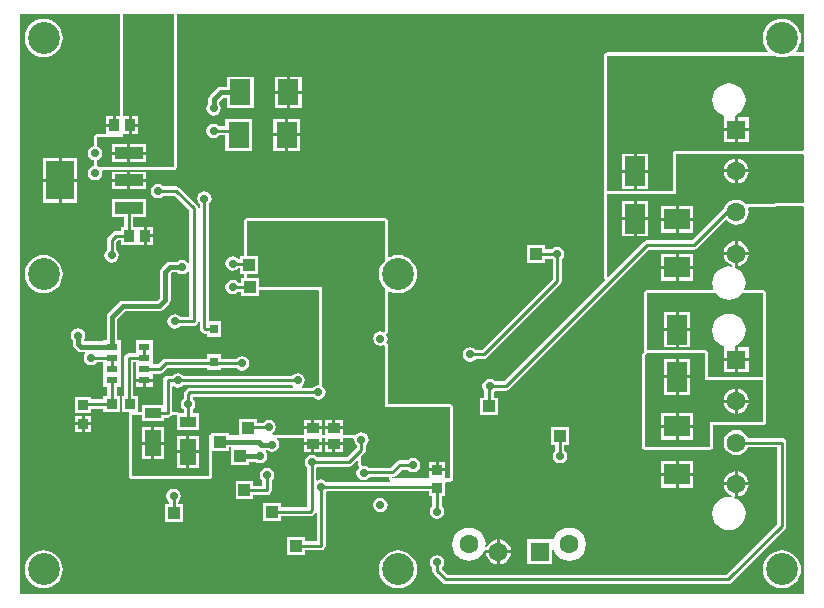
<source format=gbl>
G04*
G04 #@! TF.GenerationSoftware,Altium Limited,Altium Designer,18.1.6 (161)*
G04*
G04 Layer_Physical_Order=2*
G04 Layer_Color=16711680*
%FSLAX25Y25*%
%MOIN*%
G70*
G01*
G75*
%ADD14C,0.01575*%
%ADD16C,0.01000*%
%ADD18R,0.03347X0.03347*%
%ADD20R,0.03347X0.03347*%
%ADD21R,0.03937X0.03543*%
%ADD22R,0.03740X0.02362*%
%ADD33R,0.03543X0.03937*%
%ADD73R,0.03937X0.03937*%
%ADD74C,0.01500*%
%ADD78C,0.10630*%
%ADD79C,0.06299*%
%ADD80R,0.06299X0.06299*%
%ADD81R,0.06299X0.06299*%
%ADD82C,0.02756*%
%ADD83C,0.02362*%
%ADD84R,0.09449X0.12992*%
%ADD85R,0.09449X0.03937*%
%ADD86R,0.05512X0.08661*%
%ADD87R,0.05512X0.03543*%
%ADD88R,0.02756X0.03150*%
%ADD89R,0.08500X0.07000*%
%ADD90R,0.06693X0.09843*%
%ADD91R,0.03937X0.03937*%
%ADD92R,0.07000X0.08500*%
G36*
X263378Y149872D02*
X263025Y149461D01*
X263023Y149459D01*
X220471Y149410D01*
X220275Y149371D01*
X220082Y149333D01*
X220082Y149332D01*
X220081Y149332D01*
X219915Y149221D01*
X219752Y149112D01*
X219751Y149111D01*
X219751Y149111D01*
X219641Y148946D01*
X219530Y148781D01*
X219530Y148780D01*
X219530Y148780D01*
X219492Y148586D01*
X219453Y148391D01*
X219453Y136059D01*
X197638D01*
Y181145D01*
X253477D01*
X254668Y180784D01*
X255906Y180662D01*
X257143Y180784D01*
X258334Y181145D01*
X263378D01*
Y149872D01*
D02*
G37*
G36*
X53150Y144095D02*
X28146Y144095D01*
X27928Y144240D01*
X27559Y144313D01*
Y146187D01*
X27928Y146260D01*
X28714Y146786D01*
X29240Y147572D01*
X29425Y148500D01*
X29240Y149428D01*
X28714Y150214D01*
X27928Y150740D01*
X27559Y150813D01*
Y153937D01*
X36220D01*
Y154954D01*
X38157D01*
Y157922D01*
Y160891D01*
X36220D01*
Y195028D01*
X53150D01*
Y144095D01*
D02*
G37*
G36*
X263378Y182165D02*
X260706D01*
X260511Y182665D01*
X261182Y183483D01*
X261768Y184580D01*
X262129Y185770D01*
X262251Y187008D01*
X262129Y188246D01*
X261768Y189436D01*
X261182Y190533D01*
X260392Y191495D01*
X259431Y192284D01*
X258334Y192870D01*
X257143Y193231D01*
X255906Y193353D01*
X254668Y193231D01*
X253477Y192870D01*
X252380Y192284D01*
X251419Y191495D01*
X250629Y190533D01*
X250043Y189436D01*
X249682Y188246D01*
X249560Y187008D01*
X249682Y185770D01*
X250043Y184580D01*
X250629Y183483D01*
X251300Y182665D01*
X251104Y182165D01*
X197638D01*
X197248Y182087D01*
X196917Y181866D01*
X196696Y181535D01*
X196618Y181145D01*
Y136059D01*
X196696Y135669D01*
X196776Y135549D01*
X196696Y135430D01*
X196618Y135039D01*
Y107454D01*
X196696Y107064D01*
X196917Y106733D01*
X196948Y106111D01*
X163366Y72529D01*
X160338D01*
X160214Y72714D01*
X159428Y73240D01*
X158500Y73425D01*
X157572Y73240D01*
X156786Y72714D01*
X156260Y71928D01*
X156076Y71000D01*
X156260Y70072D01*
X156738Y69356D01*
Y67142D01*
X155299D01*
Y61205D01*
X161236D01*
Y67142D01*
X159797D01*
Y69007D01*
X160214Y69286D01*
X160338Y69471D01*
X164000D01*
X164585Y69587D01*
X165081Y69919D01*
X211633Y116471D01*
X226663D01*
X227248Y116587D01*
X227744Y116919D01*
X237070Y126244D01*
X237569Y126212D01*
X237761Y125962D01*
X238628Y125297D01*
X239637Y124878D01*
X240721Y124736D01*
X241804Y124878D01*
X242813Y125297D01*
X243680Y125962D01*
X244345Y126829D01*
X244763Y127838D01*
X244906Y128921D01*
X244763Y130005D01*
X244606Y130384D01*
X244883Y130800D01*
X263023Y130863D01*
X263378Y130510D01*
Y1822D01*
X1822D01*
X1822Y195028D01*
X35201D01*
Y160891D01*
X33843D01*
Y157922D01*
X33342D01*
Y157422D01*
X30571D01*
Y154957D01*
X27559D01*
X27169Y154879D01*
X26838Y154658D01*
X26617Y154327D01*
X26539Y153937D01*
Y150833D01*
X26072Y150740D01*
X25286Y150214D01*
X24760Y149428D01*
X24576Y148500D01*
X24760Y147572D01*
X25286Y146786D01*
X26072Y146260D01*
X26539Y146167D01*
Y144333D01*
X26072Y144240D01*
X25286Y143714D01*
X24760Y142928D01*
X24576Y142000D01*
X24760Y141072D01*
X25286Y140286D01*
X26072Y139760D01*
X27000Y139576D01*
X27928Y139760D01*
X28714Y140286D01*
X29240Y141072D01*
X29425Y142000D01*
X29310Y142575D01*
X29697Y143075D01*
X53150Y143075D01*
X53540Y143152D01*
X53871Y143374D01*
X54092Y143704D01*
X54169Y144095D01*
Y195028D01*
X263378D01*
Y182165D01*
D02*
G37*
G36*
Y148086D02*
Y131884D01*
X243730Y131816D01*
X243680Y131881D01*
X242813Y132546D01*
X241804Y132964D01*
X240721Y133107D01*
X239637Y132964D01*
X238628Y132546D01*
X237761Y131881D01*
X237096Y131014D01*
X236744Y130164D01*
X236503Y130003D01*
X226029Y119529D01*
X211000D01*
X210415Y119413D01*
X209919Y119081D01*
X198100Y107263D01*
X197638Y107454D01*
Y135039D01*
X220472D01*
X220472Y148391D01*
X263024Y148439D01*
X263378Y148086D01*
D02*
G37*
%LPC*%
G36*
X244870Y160630D02*
X241220D01*
Y156980D01*
X244870D01*
Y160630D01*
D02*
G37*
G36*
X238240Y171898D02*
X236797Y171708D01*
X235453Y171151D01*
X234298Y170265D01*
X233412Y169111D01*
X232855Y167766D01*
X232665Y166323D01*
X232855Y164880D01*
X233412Y163535D01*
X234298Y162381D01*
X235453Y161495D01*
X236452Y161081D01*
X236571Y160630D01*
X236571Y160490D01*
Y156980D01*
X240220D01*
Y160763D01*
X240148Y161130D01*
X241028Y161495D01*
X242182Y162381D01*
X243069Y163535D01*
X243625Y164880D01*
X243815Y166323D01*
X243625Y167766D01*
X243069Y169111D01*
X242182Y170265D01*
X241028Y171151D01*
X239683Y171708D01*
X238240Y171898D01*
D02*
G37*
G36*
X244870Y155980D02*
X241220D01*
Y152331D01*
X244870D01*
Y155980D01*
D02*
G37*
G36*
X240220D02*
X236571D01*
Y152331D01*
X240220D01*
Y155980D01*
D02*
G37*
G36*
X211362Y148441D02*
X207515D01*
Y143020D01*
X211362D01*
Y148441D01*
D02*
G37*
G36*
X206515D02*
X202669D01*
Y143020D01*
X206515D01*
Y148441D01*
D02*
G37*
G36*
X211362Y142020D02*
X207515D01*
Y136598D01*
X211362D01*
Y142020D01*
D02*
G37*
G36*
X206515D02*
X202669D01*
Y136598D01*
X206515D01*
Y142020D01*
D02*
G37*
G36*
X41429Y160891D02*
X39158D01*
Y158422D01*
X41429D01*
Y160891D01*
D02*
G37*
G36*
Y157422D02*
X39158D01*
Y154954D01*
X41429D01*
Y157422D01*
D02*
G37*
G36*
X43924Y151524D02*
X38700D01*
Y149055D01*
X43924D01*
Y151524D01*
D02*
G37*
G36*
X37700D02*
X32476D01*
Y149055D01*
X37700D01*
Y151524D01*
D02*
G37*
G36*
X43924Y148055D02*
X38700D01*
Y145587D01*
X43924D01*
Y148055D01*
D02*
G37*
G36*
X37700D02*
X32476D01*
Y145587D01*
X37700D01*
Y148055D01*
D02*
G37*
G36*
X9843Y193353D02*
X8605Y193231D01*
X7414Y192870D01*
X6317Y192284D01*
X5356Y191495D01*
X4566Y190533D01*
X3980Y189436D01*
X3619Y188246D01*
X3497Y187008D01*
X3619Y185770D01*
X3980Y184580D01*
X4566Y183483D01*
X5356Y182521D01*
X6317Y181732D01*
X7414Y181145D01*
X8605Y180784D01*
X9843Y180662D01*
X11080Y180784D01*
X12271Y181145D01*
X13368Y181732D01*
X14330Y182521D01*
X15119Y183483D01*
X15705Y184580D01*
X16066Y185770D01*
X16188Y187008D01*
X16066Y188246D01*
X15705Y189436D01*
X15119Y190533D01*
X14330Y191495D01*
X13368Y192284D01*
X12271Y192870D01*
X11080Y193231D01*
X9843Y193353D01*
D02*
G37*
G36*
X79839Y174148D02*
X70839D01*
Y170720D01*
X68898D01*
X68898Y170720D01*
X68200Y170581D01*
X67609Y170186D01*
X67609Y170186D01*
X65211Y167789D01*
X64816Y167197D01*
X64678Y166500D01*
X64678Y166500D01*
Y165053D01*
X64260Y164428D01*
X64075Y163500D01*
X64260Y162572D01*
X64786Y161786D01*
X65572Y161260D01*
X66500Y161075D01*
X67428Y161260D01*
X68214Y161786D01*
X68740Y162572D01*
X68924Y163500D01*
X68740Y164428D01*
X68322Y165053D01*
Y165745D01*
X69652Y167075D01*
X70839D01*
Y163648D01*
X79839D01*
Y174148D01*
D02*
G37*
G36*
X95839D02*
X91839D01*
Y169398D01*
X95839D01*
Y174148D01*
D02*
G37*
G36*
X90839D02*
X86839D01*
Y169398D01*
X90839D01*
Y174148D01*
D02*
G37*
G36*
X95839Y168398D02*
X91839D01*
Y163648D01*
X95839D01*
Y168398D01*
D02*
G37*
G36*
X90839D02*
X86839D01*
Y163648D01*
X90839D01*
Y168398D01*
D02*
G37*
G36*
X32842Y160891D02*
X30571D01*
Y158422D01*
X32842D01*
Y160891D01*
D02*
G37*
G36*
X79445Y159974D02*
X70445D01*
Y157577D01*
X68291D01*
X68167Y157762D01*
X67381Y158287D01*
X66453Y158472D01*
X65525Y158287D01*
X64738Y157762D01*
X64213Y156975D01*
X64028Y156047D01*
X64213Y155119D01*
X64738Y154333D01*
X65525Y153807D01*
X66453Y153623D01*
X67381Y153807D01*
X68167Y154333D01*
X68291Y154518D01*
X70445D01*
Y149474D01*
X79445D01*
Y159974D01*
D02*
G37*
G36*
X95445D02*
X91445D01*
Y155224D01*
X95445D01*
Y159974D01*
D02*
G37*
G36*
X90445D02*
X86445D01*
Y155224D01*
X90445D01*
Y159974D01*
D02*
G37*
G36*
X95445Y154224D02*
X91445D01*
Y149474D01*
X95445D01*
Y154224D01*
D02*
G37*
G36*
X90445D02*
X86445D01*
Y149474D01*
X90445D01*
Y154224D01*
D02*
G37*
G36*
X43924Y142469D02*
X38700D01*
Y140000D01*
X43924D01*
Y142469D01*
D02*
G37*
G36*
X21090Y146996D02*
X15865D01*
Y140000D01*
X21090D01*
Y146996D01*
D02*
G37*
G36*
X37700Y142469D02*
X32476D01*
Y140000D01*
X37700D01*
Y142469D01*
D02*
G37*
G36*
X14865Y146996D02*
X9641D01*
Y140000D01*
X14865D01*
Y146996D01*
D02*
G37*
G36*
X43924Y139000D02*
X38700D01*
Y136531D01*
X43924D01*
Y139000D01*
D02*
G37*
G36*
X37700D02*
X32476D01*
Y136531D01*
X37700D01*
Y139000D01*
D02*
G37*
G36*
X21090D02*
X15865D01*
Y132004D01*
X21090D01*
Y139000D01*
D02*
G37*
G36*
X14865D02*
X9641D01*
Y132004D01*
X14865D01*
Y139000D01*
D02*
G37*
G36*
X46429Y124046D02*
X44157D01*
Y121578D01*
X46429D01*
Y124046D01*
D02*
G37*
G36*
Y120578D02*
X44157D01*
Y118109D01*
X46429D01*
Y120578D01*
D02*
G37*
G36*
X43924Y133413D02*
X32476D01*
Y127476D01*
X36671D01*
Y124046D01*
X35571D01*
Y122607D01*
X34078D01*
X33492Y122491D01*
X32996Y122159D01*
X31419Y120581D01*
X31087Y120085D01*
X30971Y119500D01*
Y116338D01*
X30786Y116214D01*
X30260Y115428D01*
X30075Y114500D01*
X30260Y113572D01*
X30786Y112786D01*
X31572Y112260D01*
X32500Y112075D01*
X33428Y112260D01*
X34214Y112786D01*
X34740Y113572D01*
X34925Y114500D01*
X34740Y115428D01*
X34214Y116214D01*
X34029Y116338D01*
Y118867D01*
X34711Y119548D01*
X35571D01*
Y118109D01*
X43158D01*
Y121078D01*
Y124046D01*
X39729D01*
Y127476D01*
X43924D01*
Y133413D01*
D02*
G37*
G36*
X241220Y119261D02*
Y115642D01*
X244840D01*
X244763Y116225D01*
X244345Y117234D01*
X243680Y118101D01*
X242813Y118766D01*
X241804Y119185D01*
X241220Y119261D01*
D02*
G37*
G36*
X240220Y119261D02*
X239637Y119185D01*
X238628Y118766D01*
X237761Y118101D01*
X237096Y117234D01*
X236678Y116225D01*
X236601Y115642D01*
X240220D01*
Y119261D01*
D02*
G37*
G36*
X123622Y127004D02*
X77559D01*
X77169Y126926D01*
X76838Y126705D01*
X76617Y126374D01*
X76539Y125984D01*
Y114386D01*
X75378D01*
Y113340D01*
X74673D01*
X74549Y113525D01*
X73763Y114051D01*
X72835Y114236D01*
X71907Y114051D01*
X71120Y113525D01*
X70595Y112739D01*
X70410Y111811D01*
X70595Y110883D01*
X71120Y110097D01*
X71907Y109571D01*
X72835Y109387D01*
X73763Y109571D01*
X74549Y110097D01*
X74673Y110282D01*
X75378D01*
Y108449D01*
X76539D01*
Y106905D01*
X75772D01*
Y105451D01*
X74673D01*
X74549Y105636D01*
X73763Y106162D01*
X72835Y106346D01*
X71907Y106162D01*
X71120Y105636D01*
X70595Y104850D01*
X70410Y103922D01*
X70595Y102994D01*
X71120Y102207D01*
X71907Y101682D01*
X72835Y101497D01*
X73763Y101682D01*
X74549Y102207D01*
X74673Y102392D01*
X75772D01*
Y100969D01*
X81709D01*
Y102917D01*
X101383D01*
X101736Y102564D01*
X101736Y94488D01*
X101736Y73622D01*
X101736Y71616D01*
X101378Y71322D01*
X100450Y71138D01*
X99664Y70612D01*
X99540Y70427D01*
X96065D01*
X95913Y70927D01*
X96203Y71120D01*
X96728Y71907D01*
X96913Y72835D01*
X96728Y73763D01*
X96203Y74549D01*
X95416Y75075D01*
X94488Y75259D01*
X93560Y75075D01*
X92774Y74549D01*
X92650Y74364D01*
X56338D01*
X56214Y74549D01*
X55428Y75075D01*
X54500Y75259D01*
X53572Y75075D01*
X52786Y74549D01*
X52662Y74364D01*
X51181D01*
X50596Y74248D01*
X50100Y73916D01*
X49768Y73420D01*
X49652Y72835D01*
Y64780D01*
X42504D01*
Y62437D01*
X41224D01*
Y67673D01*
X39659D01*
Y78841D01*
X40543D01*
Y74449D01*
Y73390D01*
X43413D01*
X46284D01*
Y75100D01*
X48630D01*
X49215Y75217D01*
X49711Y75548D01*
X51134Y76971D01*
X64122D01*
Y76413D01*
X68878D01*
Y76971D01*
X74162D01*
X74286Y76786D01*
X75072Y76260D01*
X76000Y76076D01*
X76928Y76260D01*
X77714Y76786D01*
X78240Y77572D01*
X78425Y78500D01*
X78240Y79428D01*
X77714Y80214D01*
X76928Y80740D01*
X76000Y80924D01*
X75072Y80740D01*
X74286Y80214D01*
X74162Y80029D01*
X68878D01*
Y81563D01*
X64122D01*
Y80029D01*
X50500D01*
X49915Y79913D01*
X49419Y79581D01*
X47996Y78159D01*
X46284D01*
Y81929D01*
Y86291D01*
X40543D01*
Y81899D01*
X38130D01*
X37545Y81783D01*
X37049Y81451D01*
X36717Y80955D01*
X36601Y80370D01*
Y67673D01*
X35878D01*
Y62327D01*
X38174D01*
X38441Y61827D01*
X38428Y61808D01*
X38350Y61417D01*
Y54724D01*
X38350Y40945D01*
X38428Y40555D01*
X38649Y40224D01*
X38980Y40003D01*
X39370Y39925D01*
X64961Y39925D01*
X65351Y40003D01*
X65682Y40224D01*
X65903Y40555D01*
X65980Y40945D01*
X65980Y49394D01*
X71472D01*
Y50540D01*
X72228D01*
Y44669D01*
X78165D01*
Y45815D01*
X80337D01*
X80962Y45398D01*
X81890Y45213D01*
X82818Y45398D01*
X83604Y45923D01*
X84130Y46710D01*
X84314Y47638D01*
X84130Y48566D01*
X83798Y49062D01*
X84009Y49528D01*
X84444Y49606D01*
X84997Y49236D01*
X85925Y49052D01*
X86853Y49236D01*
X87640Y49762D01*
X88165Y50548D01*
X88350Y51476D01*
X88165Y52404D01*
X87640Y53191D01*
X87586Y53226D01*
X87731Y53705D01*
X96531Y53705D01*
Y52185D01*
X99500D01*
X102469D01*
Y53705D01*
X103635D01*
Y52185D01*
X106603D01*
X109572D01*
Y53705D01*
X113040D01*
X113357Y53318D01*
X113323Y53150D01*
X113508Y52222D01*
X114034Y51435D01*
X114219Y51312D01*
Y50381D01*
X111036Y47199D01*
X101051D01*
X100927Y47384D01*
X100140Y47909D01*
X99213Y48094D01*
X98285Y47909D01*
X97498Y47384D01*
X96973Y46597D01*
X96788Y45669D01*
X96973Y44741D01*
X97498Y43955D01*
X97667Y43842D01*
Y30629D01*
X88968D01*
Y32068D01*
X83031D01*
Y26131D01*
X88968D01*
Y27571D01*
X98600D01*
X99185Y27687D01*
X99681Y28019D01*
X100278Y28615D01*
X100350Y28722D01*
X100850Y28571D01*
X100868Y19635D01*
X100514Y19281D01*
X96817D01*
Y20720D01*
X90880D01*
Y14783D01*
X96817D01*
Y16222D01*
X102300D01*
X102885Y16338D01*
X103381Y16670D01*
X103713Y17166D01*
X103770Y17451D01*
X103814Y17517D01*
X103929Y18103D01*
X103895Y35498D01*
X104268Y35872D01*
X138327D01*
Y34276D01*
X139416D01*
Y30972D01*
X139231Y30848D01*
X138705Y30062D01*
X138520Y29134D01*
X138705Y28206D01*
X139231Y27419D01*
X140017Y26894D01*
X140945Y26709D01*
X141873Y26894D01*
X142659Y27419D01*
X143185Y28206D01*
X143369Y29134D01*
X143185Y30062D01*
X142659Y30848D01*
X142474Y30972D01*
Y34276D01*
X143673D01*
Y38709D01*
X143682Y38734D01*
X143846Y38961D01*
X144082Y39138D01*
X145276D01*
X145666Y39215D01*
X145997Y39437D01*
X146218Y39767D01*
X146295Y40157D01*
Y64072D01*
X146218Y64462D01*
X145997Y64793D01*
X145666Y65014D01*
X145276Y65092D01*
X124642D01*
Y84473D01*
X124612Y84620D01*
X124598Y84769D01*
X124574Y84813D01*
X124564Y84863D01*
X124481Y84988D01*
X124410Y85120D01*
X124371Y85152D01*
X124343Y85194D01*
X124218Y85277D01*
X124103Y85372D01*
X124060Y85543D01*
X124287Y85883D01*
X124472Y86811D01*
X124287Y87739D01*
X124060Y88079D01*
X124103Y88250D01*
X124218Y88345D01*
X124343Y88428D01*
X124371Y88470D01*
X124410Y88502D01*
X124481Y88634D01*
X124564Y88759D01*
X124574Y88809D01*
X124598Y88853D01*
X124612Y89002D01*
X124642Y89149D01*
Y102391D01*
X125071Y102648D01*
X125524Y102405D01*
X126715Y102044D01*
X127953Y101922D01*
X129191Y102044D01*
X130381Y102405D01*
X131478Y102992D01*
X132440Y103781D01*
X133229Y104742D01*
X133815Y105839D01*
X134176Y107030D01*
X134298Y108268D01*
X134176Y109506D01*
X133815Y110696D01*
X133229Y111793D01*
X132440Y112755D01*
X131478Y113544D01*
X130381Y114130D01*
X129191Y114491D01*
X127953Y114613D01*
X126715Y114491D01*
X125524Y114130D01*
X125071Y113888D01*
X124642Y114145D01*
Y125984D01*
X124564Y126374D01*
X124343Y126705D01*
X124012Y126926D01*
X123622Y127004D01*
D02*
G37*
G36*
X48000Y138425D02*
X47072Y138240D01*
X46286Y137714D01*
X45760Y136928D01*
X45575Y136000D01*
X45760Y135072D01*
X46286Y134286D01*
X47072Y133760D01*
X48000Y133575D01*
X48928Y133760D01*
X49714Y134286D01*
X49838Y134471D01*
X53367D01*
X58313Y129524D01*
Y112207D01*
X57813Y112055D01*
X57620Y112344D01*
X56833Y112870D01*
X55905Y113055D01*
X54978Y112870D01*
X54296Y112414D01*
X51968D01*
X51286Y112278D01*
X50707Y111892D01*
X50707Y111892D01*
X49132Y110317D01*
X48745Y109738D01*
X48609Y109055D01*
Y100345D01*
X47686Y99422D01*
X36220D01*
X35538Y99286D01*
X34959Y98900D01*
X34959Y98900D01*
X31325Y95266D01*
X30938Y94687D01*
X30802Y94004D01*
Y86291D01*
X29717D01*
Y85895D01*
X23440D01*
X23184Y86395D01*
X23500Y86867D01*
X23684Y87795D01*
X23500Y88723D01*
X22974Y89510D01*
X22188Y90035D01*
X21260Y90220D01*
X20332Y90035D01*
X19545Y89510D01*
X19020Y88723D01*
X18835Y87795D01*
X19020Y86867D01*
X19476Y86185D01*
Y85039D01*
X19611Y84357D01*
X19998Y83778D01*
X20927Y82849D01*
X21506Y82462D01*
X22189Y82326D01*
X22189Y82326D01*
X23475D01*
X23743Y81826D01*
X23390Y81298D01*
X23205Y80370D01*
X23390Y79442D01*
X23915Y78656D01*
X24702Y78130D01*
X25630Y77946D01*
X26558Y78130D01*
X27344Y78656D01*
X27468Y78841D01*
X29717D01*
Y74449D01*
Y70709D01*
X31057D01*
Y67673D01*
X29776D01*
Y66529D01*
X25673D01*
Y67224D01*
X20327D01*
Y61878D01*
X25673D01*
Y63471D01*
X29776D01*
Y62327D01*
X35122D01*
Y67673D01*
X34116D01*
Y70709D01*
X35457D01*
Y74449D01*
Y78189D01*
Y81929D01*
Y86291D01*
X34371D01*
Y93265D01*
X36960Y95854D01*
X48425D01*
X49108Y95989D01*
X49687Y96376D01*
X51655Y98345D01*
X52042Y98923D01*
X52178Y99606D01*
X52178Y99606D01*
Y108316D01*
X52708Y108846D01*
X54296D01*
X54978Y108390D01*
X55905Y108205D01*
X56833Y108390D01*
X57620Y108915D01*
X57813Y109205D01*
X58313Y109053D01*
Y94029D01*
X55338D01*
X55214Y94214D01*
X54428Y94740D01*
X53500Y94924D01*
X52572Y94740D01*
X51786Y94214D01*
X51260Y93428D01*
X51076Y92500D01*
X51260Y91572D01*
X51786Y90786D01*
X52572Y90260D01*
X53500Y90075D01*
X54428Y90260D01*
X55214Y90786D01*
X55338Y90971D01*
X59842D01*
X60428Y91087D01*
X60924Y91419D01*
X61256Y91915D01*
X61356Y92422D01*
X61856Y92373D01*
Y90260D01*
X61973Y89675D01*
X62304Y89178D01*
X62552Y88930D01*
X63049Y88599D01*
X63634Y88482D01*
X64122D01*
Y87437D01*
X68878D01*
Y92587D01*
X64915D01*
Y131626D01*
X65100Y131750D01*
X65626Y132537D01*
X65810Y133465D01*
X65626Y134392D01*
X65100Y135179D01*
X64314Y135705D01*
X63386Y135889D01*
X62458Y135705D01*
X61671Y135179D01*
X61146Y134392D01*
X60961Y133465D01*
X61146Y132537D01*
X61671Y131750D01*
X61856Y131626D01*
Y130285D01*
X61356Y130235D01*
X61256Y130743D01*
X60924Y131239D01*
X55081Y137081D01*
X54585Y137413D01*
X54000Y137529D01*
X49838D01*
X49714Y137714D01*
X48928Y138240D01*
X48000Y138425D01*
D02*
G37*
G36*
X244840Y114642D02*
X241220D01*
Y111022D01*
X241804Y111099D01*
X242813Y111517D01*
X243680Y112182D01*
X244345Y113049D01*
X244763Y114058D01*
X244840Y114642D01*
D02*
G37*
G36*
X240220D02*
X236601D01*
X236678Y114058D01*
X237096Y113049D01*
X237761Y112182D01*
X238628Y111517D01*
X239298Y111240D01*
X239167Y110752D01*
X238240Y110874D01*
X236797Y110685D01*
X235453Y110127D01*
X234298Y109241D01*
X233412Y108087D01*
X232855Y106742D01*
X232665Y105299D01*
X232855Y103856D01*
X233042Y103404D01*
X232765Y102988D01*
X211024Y102988D01*
X210633Y102910D01*
X210303Y102690D01*
X210082Y102359D01*
X210004Y101969D01*
X210004Y82909D01*
X210082Y82519D01*
X210134Y82442D01*
X209515Y81823D01*
X209294Y81493D01*
X209217Y81102D01*
Y50787D01*
X209294Y50397D01*
X209515Y50066D01*
X209846Y49845D01*
X210236Y49768D01*
X231890D01*
X232280Y49845D01*
X232611Y50066D01*
X232832Y50397D01*
X232909Y50787D01*
Y58035D01*
X249606D01*
X249996Y58113D01*
X250327Y58334D01*
X250548Y58665D01*
X250626Y59055D01*
Y72835D01*
X250548Y73225D01*
X250468Y73344D01*
X250548Y73464D01*
X250626Y73854D01*
X250626Y101969D01*
X250548Y102359D01*
X250327Y102690D01*
X249996Y102910D01*
X249606Y102988D01*
X243716D01*
X243438Y103404D01*
X243625Y103856D01*
X243815Y105299D01*
X243625Y106742D01*
X243069Y108087D01*
X242182Y109241D01*
X241028Y110127D01*
X240023Y110544D01*
X240153Y111031D01*
X240220Y111022D01*
Y114642D01*
D02*
G37*
G36*
X226250Y115000D02*
X221500D01*
Y111000D01*
X226250D01*
Y115000D01*
D02*
G37*
G36*
X220500D02*
X215750D01*
Y111000D01*
X220500D01*
Y115000D01*
D02*
G37*
G36*
X226250Y110000D02*
X221500D01*
Y106000D01*
X226250D01*
Y110000D01*
D02*
G37*
G36*
X220500D02*
X215750D01*
Y106000D01*
X220500D01*
Y110000D01*
D02*
G37*
G36*
X9843Y114613D02*
X8605Y114491D01*
X7414Y114130D01*
X6317Y113544D01*
X5356Y112755D01*
X4566Y111793D01*
X3980Y110696D01*
X3619Y109506D01*
X3497Y108268D01*
X3619Y107030D01*
X3980Y105839D01*
X4566Y104742D01*
X5356Y103781D01*
X6317Y102992D01*
X7414Y102405D01*
X8605Y102044D01*
X9843Y101922D01*
X11080Y102044D01*
X12271Y102405D01*
X13368Y102992D01*
X14330Y103781D01*
X15119Y104742D01*
X15705Y105839D01*
X16066Y107030D01*
X16188Y108268D01*
X16066Y109506D01*
X15705Y110696D01*
X15119Y111793D01*
X14330Y112755D01*
X13368Y113544D01*
X12271Y114130D01*
X11080Y114491D01*
X9843Y114613D01*
D02*
G37*
G36*
X176984Y117929D02*
X171047D01*
Y111992D01*
X176984D01*
Y113471D01*
X179162D01*
X179286Y113286D01*
X179471Y113162D01*
Y106633D01*
X155867Y83029D01*
X153838D01*
X153714Y83214D01*
X152928Y83740D01*
X152000Y83925D01*
X151072Y83740D01*
X150286Y83214D01*
X149760Y82428D01*
X149575Y81500D01*
X149760Y80572D01*
X150286Y79786D01*
X151072Y79260D01*
X152000Y79075D01*
X152928Y79260D01*
X153714Y79786D01*
X153838Y79971D01*
X156500D01*
X157085Y80087D01*
X157581Y80419D01*
X182081Y104919D01*
X182413Y105415D01*
X182529Y106000D01*
Y113162D01*
X182714Y113286D01*
X183240Y114072D01*
X183424Y115000D01*
X183240Y115928D01*
X182714Y116714D01*
X181928Y117240D01*
X181000Y117424D01*
X180072Y117240D01*
X179286Y116714D01*
X179162Y116529D01*
X176984D01*
Y117929D01*
D02*
G37*
G36*
X46284Y72390D02*
X43913D01*
Y70709D01*
X46284D01*
Y72390D01*
D02*
G37*
G36*
X42913D02*
X40543D01*
Y70709D01*
X42913D01*
Y72390D01*
D02*
G37*
G36*
X25673Y61122D02*
X23500D01*
Y58949D01*
X25673D01*
Y61122D01*
D02*
G37*
G36*
X22500D02*
X20327D01*
Y58949D01*
X22500D01*
Y61122D01*
D02*
G37*
G36*
X25673Y57949D02*
X23500D01*
Y55776D01*
X25673D01*
Y57949D01*
D02*
G37*
G36*
X22500D02*
X20327D01*
Y55776D01*
X22500D01*
Y57949D01*
D02*
G37*
G36*
X109572Y51185D02*
X107103D01*
Y48913D01*
X109572D01*
Y51185D01*
D02*
G37*
G36*
X106103D02*
X103635D01*
Y48913D01*
X106103D01*
Y51185D01*
D02*
G37*
G36*
X102469D02*
X100000D01*
Y48913D01*
X102469D01*
Y51185D01*
D02*
G37*
G36*
X99000D02*
X96531D01*
Y48913D01*
X99000D01*
Y51185D01*
D02*
G37*
G36*
X184858Y57299D02*
X178921D01*
Y51362D01*
X180360D01*
Y49538D01*
X180175Y49414D01*
X179650Y48628D01*
X179465Y47700D01*
X179650Y46772D01*
X180175Y45986D01*
X180962Y45460D01*
X181890Y45276D01*
X182818Y45460D01*
X183604Y45986D01*
X184130Y46772D01*
X184314Y47700D01*
X184130Y48628D01*
X183604Y49414D01*
X183419Y49538D01*
Y51362D01*
X184858D01*
Y57299D01*
D02*
G37*
G36*
X226250Y46000D02*
X221500D01*
Y42000D01*
X226250D01*
Y46000D01*
D02*
G37*
G36*
X220500D02*
X215750D01*
Y42000D01*
X220500D01*
Y46000D01*
D02*
G37*
G36*
X241220Y42490D02*
Y38870D01*
X244840D01*
X244763Y39453D01*
X244345Y40463D01*
X243680Y41330D01*
X242813Y41995D01*
X241804Y42413D01*
X241220Y42490D01*
D02*
G37*
G36*
X240220Y42490D02*
X239637Y42413D01*
X238628Y41995D01*
X237761Y41330D01*
X237096Y40463D01*
X236678Y39453D01*
X236601Y38870D01*
X240220D01*
Y42490D01*
D02*
G37*
G36*
X84252Y43763D02*
X83324Y43579D01*
X82538Y43053D01*
X82012Y42266D01*
X81827Y41339D01*
X82012Y40411D01*
X82538Y39624D01*
X82723Y39500D01*
Y37750D01*
X79740D01*
Y39189D01*
X73803D01*
Y33252D01*
X79740D01*
Y34691D01*
X84252D01*
X84837Y34808D01*
X85333Y35139D01*
X85665Y35635D01*
X85781Y36220D01*
Y39500D01*
X85966Y39624D01*
X86492Y40411D01*
X86677Y41339D01*
X86492Y42266D01*
X85966Y43053D01*
X85180Y43579D01*
X84252Y43763D01*
D02*
G37*
G36*
X226250Y41000D02*
X221500D01*
Y37000D01*
X226250D01*
Y41000D01*
D02*
G37*
G36*
X220500D02*
X215750D01*
Y37000D01*
X220500D01*
Y41000D01*
D02*
G37*
G36*
X244840Y37870D02*
X241220D01*
Y34251D01*
X241804Y34327D01*
X242813Y34745D01*
X243680Y35411D01*
X244345Y36277D01*
X244763Y37287D01*
X244840Y37870D01*
D02*
G37*
G36*
X240220D02*
X236601D01*
X236678Y37287D01*
X237096Y36277D01*
X237761Y35411D01*
X238628Y34745D01*
X239298Y34468D01*
X239167Y33981D01*
X238240Y34103D01*
X236797Y33913D01*
X235453Y33356D01*
X234298Y32470D01*
X233412Y31315D01*
X232855Y29970D01*
X232665Y28528D01*
X232855Y27085D01*
X233412Y25740D01*
X234298Y24585D01*
X235453Y23699D01*
X236797Y23142D01*
X238240Y22952D01*
X239683Y23142D01*
X241028Y23699D01*
X242182Y24585D01*
X243069Y25740D01*
X243625Y27085D01*
X243815Y28528D01*
X243625Y29970D01*
X243069Y31315D01*
X242182Y32470D01*
X241028Y33356D01*
X240023Y33772D01*
X240153Y34259D01*
X240220Y34251D01*
Y37870D01*
D02*
G37*
G36*
X122047Y33724D02*
X121119Y33539D01*
X120333Y33014D01*
X119807Y32227D01*
X119623Y31299D01*
X119807Y30371D01*
X120333Y29585D01*
X121119Y29059D01*
X122047Y28875D01*
X122975Y29059D01*
X123762Y29585D01*
X124287Y30371D01*
X124472Y31299D01*
X124287Y32227D01*
X123762Y33014D01*
X122975Y33539D01*
X122047Y33724D01*
D02*
G37*
G36*
X53150Y36676D02*
X52222Y36492D01*
X51435Y35966D01*
X50910Y35180D01*
X50725Y34252D01*
X50910Y33324D01*
X51435Y32538D01*
X51620Y32414D01*
Y31709D01*
X50181D01*
Y25772D01*
X56118D01*
Y31709D01*
X54679D01*
Y32414D01*
X54864Y32538D01*
X55390Y33324D01*
X55574Y34252D01*
X55390Y35180D01*
X54864Y35966D01*
X54077Y36492D01*
X53150Y36676D01*
D02*
G37*
G36*
X161917Y19868D02*
Y16248D01*
X165537D01*
X165460Y16831D01*
X165042Y17841D01*
X164377Y18708D01*
X163510Y19373D01*
X162501Y19791D01*
X161917Y19868D01*
D02*
G37*
G36*
X151575Y23804D02*
X150132Y23614D01*
X148787Y23057D01*
X147633Y22171D01*
X146747Y21016D01*
X146189Y19671D01*
X146000Y18228D01*
X146189Y16785D01*
X146747Y15441D01*
X147633Y14286D01*
X148787Y13400D01*
X150132Y12843D01*
X151575Y12653D01*
X153018Y12843D01*
X154362Y13400D01*
X155517Y14286D01*
X156403Y15441D01*
X156819Y16446D01*
X157307Y16315D01*
X157298Y16248D01*
X160917D01*
Y19868D01*
X160334Y19791D01*
X159325Y19373D01*
X158458Y18708D01*
X157793Y17841D01*
X157515Y17171D01*
X157028Y17301D01*
X157150Y18228D01*
X156960Y19671D01*
X156403Y21016D01*
X155517Y22171D01*
X154362Y23057D01*
X153018Y23614D01*
X151575Y23804D01*
D02*
G37*
G36*
X185039D02*
X183596Y23614D01*
X182252Y23057D01*
X181097Y22171D01*
X180211Y21016D01*
X179797Y20017D01*
X179347Y19898D01*
X179207Y19898D01*
X171047D01*
Y11598D01*
X179347D01*
Y16221D01*
X179847Y16321D01*
X180211Y15441D01*
X181097Y14286D01*
X182252Y13400D01*
X183596Y12843D01*
X185039Y12653D01*
X186482Y12843D01*
X187827Y13400D01*
X188982Y14286D01*
X189868Y15441D01*
X190425Y16785D01*
X190615Y18228D01*
X190425Y19671D01*
X189868Y21016D01*
X188982Y22171D01*
X187827Y23057D01*
X186482Y23614D01*
X185039Y23804D01*
D02*
G37*
G36*
X165537Y15248D02*
X161917D01*
Y11628D01*
X162501Y11705D01*
X163510Y12123D01*
X164377Y12788D01*
X165042Y13655D01*
X165460Y14665D01*
X165537Y15248D01*
D02*
G37*
G36*
X160917D02*
X157298D01*
X157375Y14665D01*
X157793Y13655D01*
X158458Y12788D01*
X159325Y12123D01*
X160334Y11705D01*
X160917Y11628D01*
Y15248D01*
D02*
G37*
G36*
X240721Y56335D02*
X239637Y56192D01*
X238628Y55774D01*
X237761Y55109D01*
X237096Y54242D01*
X236678Y53233D01*
X236535Y52150D01*
X236678Y51066D01*
X237096Y50057D01*
X237761Y49190D01*
X238628Y48525D01*
X239637Y48107D01*
X240721Y47964D01*
X241804Y48107D01*
X242813Y48525D01*
X243680Y49190D01*
X244345Y50057D01*
X244579Y50620D01*
X254321D01*
Y24984D01*
X237367Y8029D01*
X144527D01*
X142630Y9927D01*
X142659Y10490D01*
X143185Y11277D01*
X143369Y12205D01*
X143185Y13133D01*
X142659Y13919D01*
X141873Y14445D01*
X140945Y14629D01*
X140017Y14445D01*
X139231Y13919D01*
X138705Y13133D01*
X138520Y12205D01*
X138705Y11277D01*
X139231Y10490D01*
X139416Y10367D01*
Y9449D01*
X139532Y8863D01*
X139863Y8367D01*
X142812Y5419D01*
X143308Y5087D01*
X143894Y4971D01*
X238000D01*
X238585Y5087D01*
X239081Y5419D01*
X256932Y23269D01*
X257263Y23765D01*
X257380Y24350D01*
Y52150D01*
X257263Y52735D01*
X256932Y53231D01*
X256436Y53563D01*
X255850Y53679D01*
X244579D01*
X244345Y54242D01*
X243680Y55109D01*
X242813Y55774D01*
X241804Y56192D01*
X240721Y56335D01*
D02*
G37*
G36*
X255906Y16188D02*
X254668Y16066D01*
X253477Y15705D01*
X252380Y15119D01*
X251419Y14330D01*
X250629Y13368D01*
X250043Y12271D01*
X249682Y11080D01*
X249560Y9843D01*
X249682Y8605D01*
X250043Y7414D01*
X250629Y6317D01*
X251419Y5356D01*
X252380Y4566D01*
X253477Y3980D01*
X254668Y3619D01*
X255906Y3497D01*
X257143Y3619D01*
X258334Y3980D01*
X259431Y4566D01*
X260392Y5356D01*
X261182Y6317D01*
X261768Y7414D01*
X262129Y8605D01*
X262251Y9843D01*
X262129Y11080D01*
X261768Y12271D01*
X261182Y13368D01*
X260392Y14330D01*
X259431Y15119D01*
X258334Y15705D01*
X257143Y16066D01*
X255906Y16188D01*
D02*
G37*
G36*
X127953D02*
X126715Y16066D01*
X125524Y15705D01*
X124427Y15119D01*
X123466Y14330D01*
X122677Y13368D01*
X122090Y12271D01*
X121729Y11080D01*
X121607Y9843D01*
X121729Y8605D01*
X122090Y7414D01*
X122677Y6317D01*
X123466Y5356D01*
X124427Y4566D01*
X125524Y3980D01*
X126715Y3619D01*
X127953Y3497D01*
X129191Y3619D01*
X130381Y3980D01*
X131478Y4566D01*
X132440Y5356D01*
X133229Y6317D01*
X133815Y7414D01*
X134176Y8605D01*
X134298Y9843D01*
X134176Y11080D01*
X133815Y12271D01*
X133229Y13368D01*
X132440Y14330D01*
X131478Y15119D01*
X130381Y15705D01*
X129191Y16066D01*
X127953Y16188D01*
D02*
G37*
G36*
X9843D02*
X8605Y16066D01*
X7414Y15705D01*
X6317Y15119D01*
X5356Y14330D01*
X4566Y13368D01*
X3980Y12271D01*
X3619Y11080D01*
X3497Y9843D01*
X3619Y8605D01*
X3980Y7414D01*
X4566Y6317D01*
X5356Y5356D01*
X6317Y4566D01*
X7414Y3980D01*
X8605Y3619D01*
X9843Y3497D01*
X11080Y3619D01*
X12271Y3980D01*
X13368Y4566D01*
X14330Y5356D01*
X15119Y6317D01*
X15705Y7414D01*
X16066Y8605D01*
X16188Y9843D01*
X16066Y11080D01*
X15705Y12271D01*
X15119Y13368D01*
X14330Y14330D01*
X13368Y15119D01*
X12271Y15705D01*
X11080Y16066D01*
X9843Y16188D01*
D02*
G37*
%LPD*%
G36*
X123622Y112883D02*
X123466Y112755D01*
X122677Y111793D01*
X122090Y110696D01*
X121729Y109506D01*
X121607Y108268D01*
X121729Y107030D01*
X122090Y105839D01*
X122677Y104742D01*
X123466Y103781D01*
X123622Y103653D01*
Y89149D01*
X123181Y88913D01*
X122975Y89051D01*
X122047Y89236D01*
X121119Y89051D01*
X120333Y88525D01*
X119807Y87739D01*
X119623Y86811D01*
X119807Y85883D01*
X120333Y85097D01*
X121119Y84571D01*
X122047Y84386D01*
X122975Y84571D01*
X123181Y84709D01*
X123622Y84473D01*
Y64072D01*
X145276D01*
Y40157D01*
X144082D01*
X143673Y40378D01*
X143673Y40657D01*
Y42551D01*
X141000D01*
X138327D01*
Y40657D01*
X137918Y40157D01*
X126048Y40157D01*
X126043Y40656D01*
X126629Y40772D01*
X127125Y41104D01*
X129147Y43126D01*
X131133D01*
X131256Y42941D01*
X132043Y42415D01*
X132971Y42230D01*
X133898Y42415D01*
X134685Y42941D01*
X135211Y43727D01*
X135395Y44655D01*
X135211Y45583D01*
X134685Y46369D01*
X133898Y46895D01*
X132971Y47080D01*
X132043Y46895D01*
X131256Y46369D01*
X131133Y46184D01*
X128513D01*
X127928Y46068D01*
X127432Y45737D01*
X125410Y43714D01*
X118214D01*
X117428Y44240D01*
X116500Y44425D01*
X116135Y44352D01*
X115748Y44669D01*
Y47585D01*
X116830Y48667D01*
X117161Y49163D01*
X117277Y49748D01*
Y51312D01*
X117462Y51435D01*
X117988Y52222D01*
X118173Y53150D01*
X117988Y54077D01*
X117462Y54864D01*
X116676Y55390D01*
X115748Y55574D01*
X114820Y55390D01*
X114034Y54864D01*
X113940Y54724D01*
X109572D01*
Y56500D01*
X106603D01*
Y57000D01*
D01*
Y56500D01*
X103635D01*
Y54724D01*
X102469D01*
Y56500D01*
X99500D01*
X96531D01*
Y54724D01*
X86193Y54724D01*
X86041Y55224D01*
X86557Y55569D01*
X87082Y56356D01*
X87267Y57284D01*
X87082Y58211D01*
X86557Y58998D01*
X85770Y59523D01*
X84842Y59708D01*
X83915Y59523D01*
X83128Y58998D01*
X83004Y58813D01*
X80921D01*
Y60055D01*
X74984D01*
Y54724D01*
X71472Y54724D01*
Y55331D01*
X65535D01*
Y54724D01*
X64961D01*
X64961Y40945D01*
X39370Y40945D01*
X39370Y54724D01*
Y61417D01*
X42504D01*
Y59236D01*
X50016D01*
Y60479D01*
X51181D01*
X51766Y60595D01*
X52263Y60926D01*
X52591Y61417D01*
X54119D01*
Y56283D01*
X61631D01*
Y61827D01*
X59529D01*
Y63162D01*
X59714Y63286D01*
X60240Y64072D01*
X60425Y65000D01*
X60240Y65928D01*
X59714Y66714D01*
X59529Y66838D01*
Y67368D01*
X99540D01*
X99664Y67183D01*
X100450Y66658D01*
X101378Y66473D01*
X102306Y66658D01*
X103092Y67183D01*
X103618Y67970D01*
X103803Y68898D01*
X103618Y69826D01*
X103092Y70612D01*
X102756Y70837D01*
X102756Y73622D01*
X102756Y94488D01*
X102756Y103937D01*
X81709D01*
Y106905D01*
X77559D01*
Y108449D01*
X81315D01*
Y114386D01*
X77559D01*
Y125984D01*
X123622D01*
Y112883D01*
D02*
G37*
G36*
X92774Y71120D02*
X93063Y70927D01*
X92911Y70427D01*
X58661D01*
X58076Y70311D01*
X57580Y69979D01*
X56919Y69318D01*
X56587Y68822D01*
X56471Y68236D01*
Y66838D01*
X56286Y66714D01*
X55760Y65928D01*
X55576Y65000D01*
X55760Y64072D01*
X56286Y63286D01*
X56471Y63162D01*
Y61827D01*
X55048D01*
X54840Y62138D01*
X54509Y62359D01*
X54119Y62437D01*
X52710D01*
Y70569D01*
X53211Y70836D01*
X53572Y70595D01*
X54500Y70410D01*
X55428Y70595D01*
X56214Y71120D01*
X56338Y71305D01*
X92650D01*
X92774Y71120D01*
D02*
G37*
G36*
X114728Y45912D02*
Y44669D01*
X114738Y44619D01*
X114733Y44569D01*
X114777Y44426D01*
X114806Y44279D01*
X114834Y44075D01*
X114786Y43714D01*
X114260Y42928D01*
X114076Y42000D01*
X114260Y41072D01*
X114786Y40286D01*
X115572Y39760D01*
X116500Y39575D01*
X117428Y39760D01*
X118214Y40286D01*
X118462Y40656D01*
X125016D01*
X125024Y40646D01*
X125028Y40148D01*
X125068Y39958D01*
X125106Y39767D01*
X125108Y39763D01*
X125109Y39759D01*
X125219Y39598D01*
X125327Y39437D01*
X125331Y39434D01*
X125333Y39430D01*
X125183Y38931D01*
X104200D01*
X104077Y39116D01*
X103290Y39642D01*
X102362Y39826D01*
X101434Y39642D01*
X101167Y39463D01*
X100726Y39699D01*
Y43821D01*
X100927Y43955D01*
X101051Y44140D01*
X111669D01*
X112255Y44256D01*
X112751Y44588D01*
X114267Y46104D01*
X114728Y45912D01*
D02*
G37*
%LPC*%
G36*
X109572Y59772D02*
X107103D01*
Y57500D01*
X109572D01*
Y59772D01*
D02*
G37*
G36*
X102469D02*
X100000D01*
Y57500D01*
X102469D01*
Y59772D01*
D02*
G37*
G36*
X99000D02*
X96531D01*
Y57500D01*
X99000D01*
Y59772D01*
D02*
G37*
G36*
X106103D02*
X103635D01*
Y57500D01*
X106103D01*
Y59772D01*
D02*
G37*
G36*
X50016Y57299D02*
X46760D01*
Y52469D01*
X50016D01*
Y57299D01*
D02*
G37*
G36*
X45760D02*
X42504D01*
Y52469D01*
X45760D01*
Y57299D01*
D02*
G37*
G36*
X61631Y54347D02*
X58375D01*
Y49516D01*
X61631D01*
Y54347D01*
D02*
G37*
G36*
X57375D02*
X54119D01*
Y49516D01*
X57375D01*
Y54347D01*
D02*
G37*
G36*
X50016Y51468D02*
X46760D01*
Y46638D01*
X50016D01*
Y51468D01*
D02*
G37*
G36*
X45760D02*
X42504D01*
Y46638D01*
X45760D01*
Y51468D01*
D02*
G37*
G36*
X61631Y48516D02*
X58375D01*
Y43685D01*
X61631D01*
Y48516D01*
D02*
G37*
G36*
X57375D02*
X54119D01*
Y43685D01*
X57375D01*
Y48516D01*
D02*
G37*
G36*
X143673Y45724D02*
X141500D01*
Y43551D01*
X143673D01*
Y45724D01*
D02*
G37*
G36*
X140500D02*
X138327D01*
Y43551D01*
X140500D01*
Y45724D01*
D02*
G37*
%LPD*%
G36*
X233829Y101969D02*
X234298Y101357D01*
X235453Y100471D01*
X236797Y99914D01*
X238240Y99724D01*
X239683Y99914D01*
X241028Y100471D01*
X242182Y101357D01*
X242652Y101969D01*
X249606D01*
X249606Y73854D01*
X231334Y73854D01*
Y81890D01*
X231257Y82280D01*
X231036Y82611D01*
X230705Y82832D01*
X230315Y82909D01*
X211024D01*
X211024Y101969D01*
X233829Y101969D01*
D02*
G37*
G36*
X230315Y72835D02*
X249606Y72835D01*
Y59055D01*
X231890D01*
Y50787D01*
X210236D01*
Y81102D01*
X211024Y81890D01*
X230315D01*
Y72835D01*
D02*
G37*
%LPC*%
G36*
X225346Y95669D02*
X221500D01*
Y90248D01*
X225346D01*
Y95669D01*
D02*
G37*
G36*
X220500D02*
X216653D01*
Y90248D01*
X220500D01*
Y95669D01*
D02*
G37*
G36*
X225346Y89248D02*
X221500D01*
Y83827D01*
X225346D01*
Y89248D01*
D02*
G37*
G36*
X220500D02*
X216653D01*
Y83827D01*
X220500D01*
Y89248D01*
D02*
G37*
G36*
X244870Y83858D02*
X241220D01*
Y80209D01*
X244870D01*
Y83858D01*
D02*
G37*
G36*
X238240Y95126D02*
X236797Y94937D01*
X235453Y94380D01*
X234298Y93493D01*
X233412Y92339D01*
X232855Y90994D01*
X232665Y89551D01*
X232855Y88108D01*
X233412Y86764D01*
X234298Y85609D01*
X235453Y84723D01*
X236452Y84309D01*
X236571Y83858D01*
X236571Y83718D01*
Y80209D01*
X240220D01*
Y83992D01*
X240148Y84358D01*
X241028Y84723D01*
X242182Y85609D01*
X243069Y86764D01*
X243625Y88108D01*
X243815Y89551D01*
X243625Y90994D01*
X243069Y92339D01*
X242182Y93493D01*
X241028Y94380D01*
X239683Y94937D01*
X238240Y95126D01*
D02*
G37*
G36*
X244870Y79209D02*
X241220D01*
Y75559D01*
X244870D01*
Y79209D01*
D02*
G37*
G36*
X240220D02*
X236571D01*
Y75559D01*
X240220D01*
Y79209D01*
D02*
G37*
G36*
X225346Y79921D02*
X221500D01*
Y74500D01*
X225346D01*
Y79921D01*
D02*
G37*
G36*
X220500D02*
X216653D01*
Y74500D01*
X220500D01*
Y79921D01*
D02*
G37*
G36*
X225346Y73500D02*
X221500D01*
Y68079D01*
X225346D01*
Y73500D01*
D02*
G37*
G36*
X220500D02*
X216653D01*
Y68079D01*
X220500D01*
Y73500D01*
D02*
G37*
G36*
X241220Y70049D02*
Y66429D01*
X244840D01*
X244763Y67012D01*
X244345Y68022D01*
X243680Y68889D01*
X242813Y69554D01*
X241804Y69972D01*
X241220Y70049D01*
D02*
G37*
G36*
X240220Y70049D02*
X239637Y69972D01*
X238628Y69554D01*
X237761Y68889D01*
X237096Y68022D01*
X236678Y67012D01*
X236601Y66429D01*
X240220D01*
Y70049D01*
D02*
G37*
G36*
X244840Y65429D02*
X241220D01*
Y61810D01*
X241804Y61886D01*
X242813Y62305D01*
X243680Y62970D01*
X244345Y63836D01*
X244763Y64846D01*
X244840Y65429D01*
D02*
G37*
G36*
X240220D02*
X236601D01*
X236678Y64846D01*
X237096Y63836D01*
X237761Y62970D01*
X238628Y62305D01*
X239637Y61886D01*
X240220Y61809D01*
Y65429D01*
D02*
G37*
G36*
X226250Y62000D02*
X221500D01*
Y58000D01*
X226250D01*
Y62000D01*
D02*
G37*
G36*
X220500D02*
X215750D01*
Y58000D01*
X220500D01*
Y62000D01*
D02*
G37*
G36*
X226250Y57000D02*
X221500D01*
Y53000D01*
X226250D01*
Y57000D01*
D02*
G37*
G36*
X220500D02*
X215750D01*
Y53000D01*
X220500D01*
Y57000D01*
D02*
G37*
G36*
X241220Y146820D02*
Y143201D01*
X244840D01*
X244763Y143784D01*
X244345Y144793D01*
X243680Y145660D01*
X242813Y146326D01*
X241804Y146744D01*
X241220Y146820D01*
D02*
G37*
G36*
X240220Y146820D02*
X239637Y146744D01*
X238628Y146326D01*
X237761Y145660D01*
X237096Y144793D01*
X236678Y143784D01*
X236601Y143201D01*
X240220D01*
Y146820D01*
D02*
G37*
G36*
X244840Y142201D02*
X241220D01*
Y138581D01*
X241804Y138658D01*
X242813Y139076D01*
X243680Y139741D01*
X244345Y140608D01*
X244763Y141618D01*
X244840Y142201D01*
D02*
G37*
G36*
X240220D02*
X236601D01*
X236678Y141618D01*
X237096Y140608D01*
X237761Y139741D01*
X238628Y139076D01*
X239637Y138658D01*
X240220Y138581D01*
Y142201D01*
D02*
G37*
G36*
X211362Y132693D02*
X207515D01*
Y127272D01*
X211362D01*
Y132693D01*
D02*
G37*
G36*
X206515D02*
X202669D01*
Y127272D01*
X206515D01*
Y132693D01*
D02*
G37*
G36*
X226250Y131000D02*
X221500D01*
Y127000D01*
X226250D01*
Y131000D01*
D02*
G37*
G36*
X220500D02*
X215750D01*
Y127000D01*
X220500D01*
Y131000D01*
D02*
G37*
G36*
X226250Y126000D02*
X221500D01*
Y122000D01*
X226250D01*
Y126000D01*
D02*
G37*
G36*
X220500D02*
X215750D01*
Y122000D01*
X220500D01*
Y126000D01*
D02*
G37*
G36*
X211362Y126272D02*
X207515D01*
Y120850D01*
X211362D01*
Y126272D01*
D02*
G37*
G36*
X206515D02*
X202669D01*
Y120850D01*
X206515D01*
Y126272D01*
D02*
G37*
%LPD*%
D14*
X68504Y52362D02*
X81496D01*
X82382Y51476D01*
X85925D01*
X68898Y168898D02*
X75339D01*
X66500Y166500D02*
X68898Y168898D01*
X66500Y163500D02*
Y166500D01*
X115748Y58661D02*
Y58661D01*
X99197Y45654D02*
X99213Y45669D01*
X75197Y47638D02*
X81890D01*
D16*
X77937Y103922D02*
X78347Y104331D01*
X72835Y103922D02*
X77937D01*
X78347Y104331D02*
X78740Y103937D01*
X50500Y78500D02*
X76000D01*
X102362Y37402D02*
X141000D01*
X48630Y76630D02*
X50500Y78500D01*
X54000Y136000D02*
X59842Y130157D01*
Y92500D02*
Y130157D01*
X77953Y57087D02*
X78150Y57284D01*
X84842D01*
X53500Y92500D02*
X59842D01*
X63634Y90012D02*
X66500D01*
X63386Y90260D02*
X63634Y90012D01*
X63386Y90260D02*
Y133465D01*
X128513Y44655D02*
X132971D01*
X126043Y42185D02*
X128513Y44655D01*
X116685Y42185D02*
X126043D01*
X116500Y42000D02*
X116685Y42185D01*
X140945Y29134D02*
Y36894D01*
X141000Y36949D01*
X140945Y9449D02*
X143894Y6500D01*
X140945Y9449D02*
Y12205D01*
X143894Y6500D02*
X238000D01*
X54500Y72835D02*
X94488D01*
X58661Y68898D02*
X101378D01*
X58000Y68236D02*
X58661Y68898D01*
X58000Y65000D02*
Y68236D01*
X54500Y72835D02*
X54500Y72835D01*
X57875Y59055D02*
X58000Y59180D01*
Y65000D01*
X51181Y72835D02*
X54500D01*
X51181Y62008D02*
Y72835D01*
X46260Y62008D02*
X51181D01*
X164000Y71000D02*
X211000Y118000D01*
X158500Y71000D02*
X164000D01*
X181000Y106000D02*
Y115000D01*
X156500Y81500D02*
X181000Y106000D01*
X152000Y81500D02*
X156500D01*
X38130Y65421D02*
X38551Y65000D01*
X38130Y65421D02*
Y80370D01*
X43413D01*
Y84110D01*
X238000Y6500D02*
X255850Y24350D01*
Y52150D01*
X240721D02*
X255850D01*
X34078Y121078D02*
X38342D01*
X32500Y119500D02*
X34078Y121078D01*
X32500Y114500D02*
Y119500D01*
X48000Y136000D02*
X54000D01*
X73622Y156047D02*
X74945Y154724D01*
X66453Y156047D02*
X73622D01*
X38200Y121220D02*
X38342Y121078D01*
X38200Y121220D02*
Y130445D01*
X23000Y64551D02*
X23449Y65000D01*
X32449D01*
X32587Y65138D01*
Y72890D01*
X43413Y76630D02*
X48630D01*
X32587D02*
Y80370D01*
X25630D02*
X32587D01*
X115748Y49748D02*
Y53150D01*
X111669Y45669D02*
X115748Y49748D01*
X99213Y45669D02*
X111669D01*
X84252Y36220D02*
Y41339D01*
X76772Y36220D02*
X84252D01*
X102362Y37402D02*
X102400Y18100D01*
X86000Y29100D02*
X98600D01*
X99197Y29697D01*
Y45654D01*
X93849Y17751D02*
X102300D01*
X53150Y28740D02*
Y34252D01*
X158268Y64173D02*
Y70768D01*
X158500Y71000D01*
X181890Y47700D02*
Y54331D01*
X174055Y115000D02*
X181000D01*
X174016Y114961D02*
X174055Y115000D01*
X77953Y111811D02*
X78347Y111417D01*
X211000Y118000D02*
X226663D01*
X237584Y128921D01*
X240721D01*
X72835Y111811D02*
X77953D01*
D18*
X32449Y65000D02*
D03*
X38551D02*
D03*
D20*
X23000Y58449D02*
D03*
Y64551D02*
D03*
X141000Y43051D02*
D03*
Y36949D02*
D03*
D21*
X106603Y57000D02*
D03*
Y51685D02*
D03*
X99500Y57000D02*
D03*
Y51685D02*
D03*
D22*
X32587Y72890D02*
D03*
Y76630D02*
D03*
Y80370D02*
D03*
Y84110D02*
D03*
X43413Y72890D02*
D03*
Y76630D02*
D03*
Y80370D02*
D03*
Y84110D02*
D03*
D33*
X38342Y121078D02*
D03*
X43657D02*
D03*
X38658Y157922D02*
D03*
X33342D02*
D03*
D73*
X86000Y29100D02*
D03*
X77953Y57087D02*
D03*
X68504Y52362D02*
D03*
X75197Y47638D02*
D03*
X76772Y36220D02*
D03*
X53150Y28740D02*
D03*
X158268Y64173D02*
D03*
X78740Y103937D02*
D03*
X93849Y17751D02*
D03*
X174016Y114961D02*
D03*
D74*
X51968Y110630D02*
X55905D01*
X50394Y109055D02*
X51968Y110630D01*
X50394Y99606D02*
Y109055D01*
X48425Y97638D02*
X50394Y99606D01*
X36220Y97638D02*
X48425D01*
X22189Y84110D02*
X32587D01*
X21260Y85039D02*
X22189Y84110D01*
X21260Y85039D02*
Y87795D01*
X32587Y84110D02*
Y94004D01*
X36220Y97638D01*
D78*
X9843Y108268D02*
D03*
X127953D02*
D03*
Y9843D02*
D03*
X9843D02*
D03*
X255906D02*
D03*
Y187008D02*
D03*
X9843Y187008D02*
D03*
D79*
X240721Y115142D02*
D03*
Y128921D02*
D03*
Y142701D02*
D03*
X151575Y18228D02*
D03*
X185039D02*
D03*
X161417Y15748D02*
D03*
X240721Y65929D02*
D03*
Y52150D02*
D03*
Y38370D02*
D03*
D80*
Y156480D02*
D03*
Y79709D02*
D03*
D81*
X175197Y15748D02*
D03*
D82*
X122047Y86811D02*
D03*
Y31299D02*
D03*
X72835Y103922D02*
D03*
X76000Y78500D02*
D03*
X55905Y110630D02*
D03*
X63386Y133465D02*
D03*
X132971Y44655D02*
D03*
X140945Y29134D02*
D03*
Y12205D02*
D03*
X48425Y178347D02*
D03*
X41339D02*
D03*
Y171260D02*
D03*
X48425D02*
D03*
X136221Y57874D02*
D03*
X21260Y87795D02*
D03*
X81890Y116929D02*
D03*
Y123622D02*
D03*
X94488Y72835D02*
D03*
X81890Y63779D02*
D03*
X115748Y70079D02*
D03*
Y64370D02*
D03*
X101378Y68898D02*
D03*
X158500Y71000D02*
D03*
X181000Y115000D02*
D03*
X152000Y81500D02*
D03*
X32500Y114500D02*
D03*
X53500Y92500D02*
D03*
X48000Y136000D02*
D03*
X66453Y156047D02*
D03*
X27000Y142000D02*
D03*
Y148500D02*
D03*
X54500Y72835D02*
D03*
X25630Y80370D02*
D03*
X66500Y163500D02*
D03*
X58000Y65000D02*
D03*
X116500Y42000D02*
D03*
X84252Y41339D02*
D03*
X99213Y45669D02*
D03*
X115748Y58661D02*
D03*
X102362Y37402D02*
D03*
X81890Y47638D02*
D03*
X85925Y51476D02*
D03*
X84842Y57284D02*
D03*
X115748Y53150D02*
D03*
X53150Y34252D02*
D03*
X181890Y47700D02*
D03*
X67716Y103937D02*
D03*
X224410Y137008D02*
D03*
X233071D02*
D03*
X216929Y65354D02*
D03*
X224803D02*
D03*
X72835Y111811D02*
D03*
X74016Y98425D02*
D03*
X93307Y99606D02*
D03*
X130709Y80709D02*
D03*
Y86614D02*
D03*
X118504Y130315D02*
D03*
X87008Y14567D02*
D03*
X41732Y20472D02*
D03*
X69291Y31496D02*
D03*
X57087Y140945D02*
D03*
X54724Y129134D02*
D03*
X71260Y125984D02*
D03*
X92520Y144488D02*
D03*
X176378Y129921D02*
D03*
D83*
X157677Y42053D02*
D03*
X169291Y162598D02*
D03*
X118898D02*
D03*
X151969D02*
D03*
X101575D02*
D03*
X119685Y20079D02*
D03*
X106693D02*
D03*
D84*
X15365Y139500D02*
D03*
D85*
X38200Y130445D02*
D03*
Y139500D02*
D03*
Y148555D02*
D03*
D86*
X57875Y49016D02*
D03*
X46260Y51968D02*
D03*
D87*
X57875Y59055D02*
D03*
X46260Y62008D02*
D03*
D88*
X66500Y78988D02*
D03*
Y90012D02*
D03*
D89*
X221000Y57500D02*
D03*
Y41500D02*
D03*
Y126500D02*
D03*
Y110500D02*
D03*
D90*
Y89748D02*
D03*
Y74000D02*
D03*
X207015Y142520D02*
D03*
Y126772D02*
D03*
D91*
X181890Y54331D02*
D03*
X78347Y111417D02*
D03*
D92*
X91339Y168898D02*
D03*
X75339D02*
D03*
X90945Y154724D02*
D03*
X74945D02*
D03*
M02*

</source>
